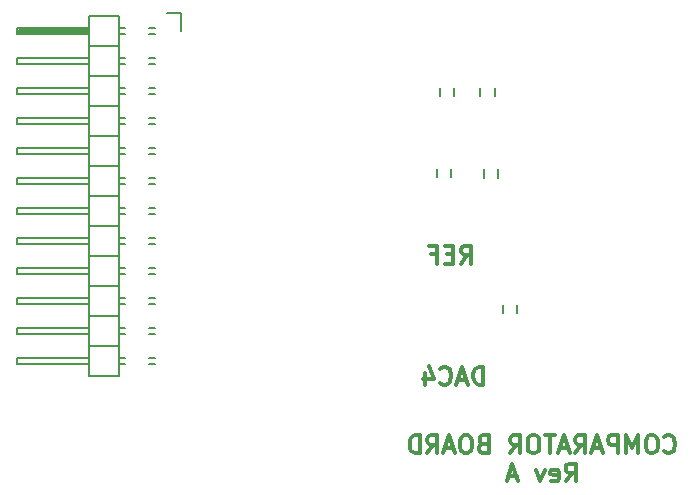
<source format=gbo>
G04 #@! TF.FileFunction,Legend,Bot*
%FSLAX46Y46*%
G04 Gerber Fmt 4.6, Leading zero omitted, Abs format (unit mm)*
G04 Created by KiCad (PCBNEW (2015-01-16 BZR 5376)-product) date 23/07/2015 11:51:53*
%MOMM*%
G01*
G04 APERTURE LIST*
%ADD10C,0.100000*%
%ADD11C,0.300000*%
%ADD12C,0.150000*%
G04 APERTURE END LIST*
D10*
D11*
X108071428Y-96585714D02*
X108142857Y-96657143D01*
X108357143Y-96728571D01*
X108500000Y-96728571D01*
X108714285Y-96657143D01*
X108857143Y-96514286D01*
X108928571Y-96371429D01*
X109000000Y-96085714D01*
X109000000Y-95871429D01*
X108928571Y-95585714D01*
X108857143Y-95442857D01*
X108714285Y-95300000D01*
X108500000Y-95228571D01*
X108357143Y-95228571D01*
X108142857Y-95300000D01*
X108071428Y-95371429D01*
X107142857Y-95228571D02*
X106857143Y-95228571D01*
X106714285Y-95300000D01*
X106571428Y-95442857D01*
X106500000Y-95728571D01*
X106500000Y-96228571D01*
X106571428Y-96514286D01*
X106714285Y-96657143D01*
X106857143Y-96728571D01*
X107142857Y-96728571D01*
X107285714Y-96657143D01*
X107428571Y-96514286D01*
X107500000Y-96228571D01*
X107500000Y-95728571D01*
X107428571Y-95442857D01*
X107285714Y-95300000D01*
X107142857Y-95228571D01*
X105857142Y-96728571D02*
X105857142Y-95228571D01*
X105357142Y-96300000D01*
X104857142Y-95228571D01*
X104857142Y-96728571D01*
X104142856Y-96728571D02*
X104142856Y-95228571D01*
X103571428Y-95228571D01*
X103428570Y-95300000D01*
X103357142Y-95371429D01*
X103285713Y-95514286D01*
X103285713Y-95728571D01*
X103357142Y-95871429D01*
X103428570Y-95942857D01*
X103571428Y-96014286D01*
X104142856Y-96014286D01*
X102714285Y-96300000D02*
X101999999Y-96300000D01*
X102857142Y-96728571D02*
X102357142Y-95228571D01*
X101857142Y-96728571D01*
X100499999Y-96728571D02*
X100999999Y-96014286D01*
X101357142Y-96728571D02*
X101357142Y-95228571D01*
X100785714Y-95228571D01*
X100642856Y-95300000D01*
X100571428Y-95371429D01*
X100499999Y-95514286D01*
X100499999Y-95728571D01*
X100571428Y-95871429D01*
X100642856Y-95942857D01*
X100785714Y-96014286D01*
X101357142Y-96014286D01*
X99928571Y-96300000D02*
X99214285Y-96300000D01*
X100071428Y-96728571D02*
X99571428Y-95228571D01*
X99071428Y-96728571D01*
X98785714Y-95228571D02*
X97928571Y-95228571D01*
X98357142Y-96728571D02*
X98357142Y-95228571D01*
X97142857Y-95228571D02*
X96857143Y-95228571D01*
X96714285Y-95300000D01*
X96571428Y-95442857D01*
X96500000Y-95728571D01*
X96500000Y-96228571D01*
X96571428Y-96514286D01*
X96714285Y-96657143D01*
X96857143Y-96728571D01*
X97142857Y-96728571D01*
X97285714Y-96657143D01*
X97428571Y-96514286D01*
X97500000Y-96228571D01*
X97500000Y-95728571D01*
X97428571Y-95442857D01*
X97285714Y-95300000D01*
X97142857Y-95228571D01*
X94999999Y-96728571D02*
X95499999Y-96014286D01*
X95857142Y-96728571D02*
X95857142Y-95228571D01*
X95285714Y-95228571D01*
X95142856Y-95300000D01*
X95071428Y-95371429D01*
X94999999Y-95514286D01*
X94999999Y-95728571D01*
X95071428Y-95871429D01*
X95142856Y-95942857D01*
X95285714Y-96014286D01*
X95857142Y-96014286D01*
X92714285Y-95942857D02*
X92499999Y-96014286D01*
X92428571Y-96085714D01*
X92357142Y-96228571D01*
X92357142Y-96442857D01*
X92428571Y-96585714D01*
X92499999Y-96657143D01*
X92642857Y-96728571D01*
X93214285Y-96728571D01*
X93214285Y-95228571D01*
X92714285Y-95228571D01*
X92571428Y-95300000D01*
X92499999Y-95371429D01*
X92428571Y-95514286D01*
X92428571Y-95657143D01*
X92499999Y-95800000D01*
X92571428Y-95871429D01*
X92714285Y-95942857D01*
X93214285Y-95942857D01*
X91428571Y-95228571D02*
X91142857Y-95228571D01*
X90999999Y-95300000D01*
X90857142Y-95442857D01*
X90785714Y-95728571D01*
X90785714Y-96228571D01*
X90857142Y-96514286D01*
X90999999Y-96657143D01*
X91142857Y-96728571D01*
X91428571Y-96728571D01*
X91571428Y-96657143D01*
X91714285Y-96514286D01*
X91785714Y-96228571D01*
X91785714Y-95728571D01*
X91714285Y-95442857D01*
X91571428Y-95300000D01*
X91428571Y-95228571D01*
X90214285Y-96300000D02*
X89499999Y-96300000D01*
X90357142Y-96728571D02*
X89857142Y-95228571D01*
X89357142Y-96728571D01*
X87999999Y-96728571D02*
X88499999Y-96014286D01*
X88857142Y-96728571D02*
X88857142Y-95228571D01*
X88285714Y-95228571D01*
X88142856Y-95300000D01*
X88071428Y-95371429D01*
X87999999Y-95514286D01*
X87999999Y-95728571D01*
X88071428Y-95871429D01*
X88142856Y-95942857D01*
X88285714Y-96014286D01*
X88857142Y-96014286D01*
X87357142Y-96728571D02*
X87357142Y-95228571D01*
X86999999Y-95228571D01*
X86785714Y-95300000D01*
X86642856Y-95442857D01*
X86571428Y-95585714D01*
X86499999Y-95871429D01*
X86499999Y-96085714D01*
X86571428Y-96371429D01*
X86642856Y-96514286D01*
X86785714Y-96657143D01*
X86999999Y-96728571D01*
X87357142Y-96728571D01*
X99714285Y-99128571D02*
X100214285Y-98414286D01*
X100571428Y-99128571D02*
X100571428Y-97628571D01*
X100000000Y-97628571D01*
X99857142Y-97700000D01*
X99785714Y-97771429D01*
X99714285Y-97914286D01*
X99714285Y-98128571D01*
X99785714Y-98271429D01*
X99857142Y-98342857D01*
X100000000Y-98414286D01*
X100571428Y-98414286D01*
X98500000Y-99057143D02*
X98642857Y-99128571D01*
X98928571Y-99128571D01*
X99071428Y-99057143D01*
X99142857Y-98914286D01*
X99142857Y-98342857D01*
X99071428Y-98200000D01*
X98928571Y-98128571D01*
X98642857Y-98128571D01*
X98500000Y-98200000D01*
X98428571Y-98342857D01*
X98428571Y-98485714D01*
X99142857Y-98628571D01*
X97928571Y-98128571D02*
X97571428Y-99128571D01*
X97214286Y-98128571D01*
X95571429Y-98700000D02*
X94857143Y-98700000D01*
X95714286Y-99128571D02*
X95214286Y-97628571D01*
X94714286Y-99128571D01*
X92749999Y-90928571D02*
X92749999Y-89428571D01*
X92392856Y-89428571D01*
X92178571Y-89500000D01*
X92035713Y-89642857D01*
X91964285Y-89785714D01*
X91892856Y-90071429D01*
X91892856Y-90285714D01*
X91964285Y-90571429D01*
X92035713Y-90714286D01*
X92178571Y-90857143D01*
X92392856Y-90928571D01*
X92749999Y-90928571D01*
X91321428Y-90500000D02*
X90607142Y-90500000D01*
X91464285Y-90928571D02*
X90964285Y-89428571D01*
X90464285Y-90928571D01*
X89107142Y-90785714D02*
X89178571Y-90857143D01*
X89392857Y-90928571D01*
X89535714Y-90928571D01*
X89749999Y-90857143D01*
X89892857Y-90714286D01*
X89964285Y-90571429D01*
X90035714Y-90285714D01*
X90035714Y-90071429D01*
X89964285Y-89785714D01*
X89892857Y-89642857D01*
X89749999Y-89500000D01*
X89535714Y-89428571D01*
X89392857Y-89428571D01*
X89178571Y-89500000D01*
X89107142Y-89571429D01*
X87821428Y-89928571D02*
X87821428Y-90928571D01*
X88178571Y-89357143D02*
X88535714Y-90428571D01*
X87607142Y-90428571D01*
X90857142Y-80678571D02*
X91357142Y-79964286D01*
X91714285Y-80678571D02*
X91714285Y-79178571D01*
X91142857Y-79178571D01*
X90999999Y-79250000D01*
X90928571Y-79321429D01*
X90857142Y-79464286D01*
X90857142Y-79678571D01*
X90928571Y-79821429D01*
X90999999Y-79892857D01*
X91142857Y-79964286D01*
X91714285Y-79964286D01*
X90214285Y-79892857D02*
X89714285Y-79892857D01*
X89499999Y-80678571D02*
X90214285Y-80678571D01*
X90214285Y-79178571D01*
X89499999Y-79178571D01*
X88357142Y-79892857D02*
X88857142Y-79892857D01*
X88857142Y-80678571D02*
X88857142Y-79178571D01*
X88142856Y-79178571D01*
D12*
X94400000Y-84150000D02*
X94400000Y-84850000D01*
X95600000Y-84850000D02*
X95600000Y-84150000D01*
X90250000Y-66500000D02*
X90250000Y-65800000D01*
X89050000Y-65800000D02*
X89050000Y-66500000D01*
X88850000Y-72650000D02*
X88850000Y-73350000D01*
X90050000Y-73350000D02*
X90050000Y-72650000D01*
X93700000Y-66500000D02*
X93700000Y-65800000D01*
X92500000Y-65800000D02*
X92500000Y-66500000D01*
X92800000Y-72700000D02*
X92800000Y-73400000D01*
X94000000Y-73400000D02*
X94000000Y-72700000D01*
X64476000Y-60746000D02*
X64984000Y-60746000D01*
X64476000Y-61254000D02*
X64984000Y-61254000D01*
X64476000Y-63286000D02*
X64984000Y-63286000D01*
X64476000Y-63794000D02*
X64984000Y-63794000D01*
X64476000Y-89194000D02*
X64984000Y-89194000D01*
X64476000Y-88686000D02*
X64984000Y-88686000D01*
X64476000Y-86654000D02*
X64984000Y-86654000D01*
X64476000Y-86146000D02*
X64984000Y-86146000D01*
X64476000Y-81066000D02*
X64984000Y-81066000D01*
X64476000Y-81574000D02*
X64984000Y-81574000D01*
X64476000Y-83606000D02*
X64984000Y-83606000D01*
X64476000Y-84114000D02*
X64984000Y-84114000D01*
X64476000Y-79034000D02*
X64984000Y-79034000D01*
X64476000Y-78526000D02*
X64984000Y-78526000D01*
X64476000Y-76494000D02*
X64984000Y-76494000D01*
X64476000Y-75986000D02*
X64984000Y-75986000D01*
X64476000Y-65826000D02*
X64984000Y-65826000D01*
X64476000Y-66334000D02*
X64984000Y-66334000D01*
X64476000Y-68366000D02*
X64984000Y-68366000D01*
X64476000Y-68874000D02*
X64984000Y-68874000D01*
X64476000Y-73954000D02*
X64984000Y-73954000D01*
X64476000Y-73446000D02*
X64984000Y-73446000D01*
X64476000Y-71414000D02*
X64984000Y-71414000D01*
X64476000Y-70906000D02*
X64984000Y-70906000D01*
X61936000Y-86146000D02*
X62444000Y-86146000D01*
X61936000Y-86654000D02*
X62444000Y-86654000D01*
X61936000Y-88686000D02*
X62444000Y-88686000D01*
X61936000Y-89194000D02*
X62444000Y-89194000D01*
X61936000Y-84114000D02*
X62444000Y-84114000D01*
X61936000Y-83606000D02*
X62444000Y-83606000D01*
X61936000Y-81574000D02*
X62444000Y-81574000D01*
X61936000Y-81066000D02*
X62444000Y-81066000D01*
X61936000Y-75986000D02*
X62444000Y-75986000D01*
X61936000Y-76494000D02*
X62444000Y-76494000D01*
X61936000Y-78526000D02*
X62444000Y-78526000D01*
X61936000Y-79034000D02*
X62444000Y-79034000D01*
X61936000Y-73954000D02*
X62444000Y-73954000D01*
X61936000Y-73446000D02*
X62444000Y-73446000D01*
X61936000Y-71414000D02*
X62444000Y-71414000D01*
X61936000Y-70906000D02*
X62444000Y-70906000D01*
X61936000Y-60746000D02*
X62444000Y-60746000D01*
X61936000Y-61254000D02*
X62444000Y-61254000D01*
X61936000Y-63286000D02*
X62444000Y-63286000D01*
X61936000Y-63794000D02*
X62444000Y-63794000D01*
X61936000Y-68874000D02*
X62444000Y-68874000D01*
X61936000Y-68366000D02*
X62444000Y-68366000D01*
X61936000Y-66334000D02*
X62444000Y-66334000D01*
X61936000Y-65826000D02*
X62444000Y-65826000D01*
X66000000Y-59450000D02*
X67150000Y-59450000D01*
X67150000Y-59450000D02*
X67150000Y-61000000D01*
X59396000Y-60873000D02*
X53427000Y-60873000D01*
X53427000Y-60873000D02*
X53427000Y-61127000D01*
X53427000Y-61127000D02*
X59269000Y-61127000D01*
X59269000Y-61127000D02*
X59269000Y-61000000D01*
X59269000Y-61000000D02*
X53427000Y-61000000D01*
X61936000Y-80050000D02*
X59396000Y-80050000D01*
X61936000Y-80050000D02*
X61936000Y-82590000D01*
X61936000Y-82590000D02*
X59396000Y-82590000D01*
X59396000Y-81066000D02*
X53300000Y-81066000D01*
X53300000Y-81066000D02*
X53300000Y-81574000D01*
X53300000Y-81574000D02*
X59396000Y-81574000D01*
X59396000Y-82590000D02*
X59396000Y-80050000D01*
X59396000Y-85130000D02*
X59396000Y-82590000D01*
X53300000Y-84114000D02*
X59396000Y-84114000D01*
X53300000Y-83606000D02*
X53300000Y-84114000D01*
X59396000Y-83606000D02*
X53300000Y-83606000D01*
X61936000Y-85130000D02*
X59396000Y-85130000D01*
X61936000Y-82590000D02*
X61936000Y-85130000D01*
X61936000Y-82590000D02*
X59396000Y-82590000D01*
X61936000Y-87670000D02*
X59396000Y-87670000D01*
X61936000Y-87670000D02*
X61936000Y-90210000D01*
X59396000Y-88686000D02*
X53300000Y-88686000D01*
X53300000Y-88686000D02*
X53300000Y-89194000D01*
X53300000Y-89194000D02*
X59396000Y-89194000D01*
X59396000Y-90210000D02*
X59396000Y-87670000D01*
X59396000Y-87670000D02*
X59396000Y-85130000D01*
X53300000Y-86654000D02*
X59396000Y-86654000D01*
X53300000Y-86146000D02*
X53300000Y-86654000D01*
X59396000Y-86146000D02*
X53300000Y-86146000D01*
X61936000Y-87670000D02*
X59396000Y-87670000D01*
X61936000Y-85130000D02*
X61936000Y-87670000D01*
X61936000Y-85130000D02*
X59396000Y-85130000D01*
X61936000Y-90210000D02*
X59396000Y-90210000D01*
X61936000Y-69890000D02*
X59396000Y-69890000D01*
X61936000Y-69890000D02*
X61936000Y-72430000D01*
X61936000Y-72430000D02*
X59396000Y-72430000D01*
X59396000Y-70906000D02*
X53300000Y-70906000D01*
X53300000Y-70906000D02*
X53300000Y-71414000D01*
X53300000Y-71414000D02*
X59396000Y-71414000D01*
X59396000Y-72430000D02*
X59396000Y-69890000D01*
X59396000Y-74970000D02*
X59396000Y-72430000D01*
X53300000Y-73954000D02*
X59396000Y-73954000D01*
X53300000Y-73446000D02*
X53300000Y-73954000D01*
X59396000Y-73446000D02*
X53300000Y-73446000D01*
X61936000Y-74970000D02*
X59396000Y-74970000D01*
X61936000Y-72430000D02*
X61936000Y-74970000D01*
X61936000Y-72430000D02*
X59396000Y-72430000D01*
X61936000Y-77510000D02*
X59396000Y-77510000D01*
X61936000Y-77510000D02*
X61936000Y-80050000D01*
X61936000Y-80050000D02*
X59396000Y-80050000D01*
X59396000Y-78526000D02*
X53300000Y-78526000D01*
X53300000Y-78526000D02*
X53300000Y-79034000D01*
X53300000Y-79034000D02*
X59396000Y-79034000D01*
X59396000Y-80050000D02*
X59396000Y-77510000D01*
X59396000Y-77510000D02*
X59396000Y-74970000D01*
X53300000Y-76494000D02*
X59396000Y-76494000D01*
X53300000Y-75986000D02*
X53300000Y-76494000D01*
X59396000Y-75986000D02*
X53300000Y-75986000D01*
X61936000Y-77510000D02*
X59396000Y-77510000D01*
X61936000Y-74970000D02*
X61936000Y-77510000D01*
X61936000Y-74970000D02*
X59396000Y-74970000D01*
X61936000Y-64810000D02*
X59396000Y-64810000D01*
X61936000Y-64810000D02*
X61936000Y-67350000D01*
X61936000Y-67350000D02*
X59396000Y-67350000D01*
X59396000Y-65826000D02*
X53300000Y-65826000D01*
X53300000Y-65826000D02*
X53300000Y-66334000D01*
X53300000Y-66334000D02*
X59396000Y-66334000D01*
X59396000Y-67350000D02*
X59396000Y-64810000D01*
X59396000Y-69890000D02*
X59396000Y-67350000D01*
X53300000Y-68874000D02*
X59396000Y-68874000D01*
X53300000Y-68366000D02*
X53300000Y-68874000D01*
X59396000Y-68366000D02*
X53300000Y-68366000D01*
X61936000Y-69890000D02*
X59396000Y-69890000D01*
X61936000Y-67350000D02*
X61936000Y-69890000D01*
X61936000Y-67350000D02*
X59396000Y-67350000D01*
X61936000Y-62270000D02*
X59396000Y-62270000D01*
X61936000Y-62270000D02*
X61936000Y-64810000D01*
X61936000Y-64810000D02*
X59396000Y-64810000D01*
X59396000Y-63286000D02*
X53300000Y-63286000D01*
X53300000Y-63286000D02*
X53300000Y-63794000D01*
X53300000Y-63794000D02*
X59396000Y-63794000D01*
X59396000Y-64810000D02*
X59396000Y-62270000D01*
X59396000Y-62270000D02*
X59396000Y-59730000D01*
X53300000Y-61254000D02*
X59396000Y-61254000D01*
X53300000Y-60746000D02*
X53300000Y-61254000D01*
X59396000Y-60746000D02*
X53300000Y-60746000D01*
X61936000Y-62270000D02*
X59396000Y-62270000D01*
X61936000Y-59730000D02*
X61936000Y-62270000D01*
X61936000Y-59730000D02*
X59396000Y-59730000D01*
M02*

</source>
